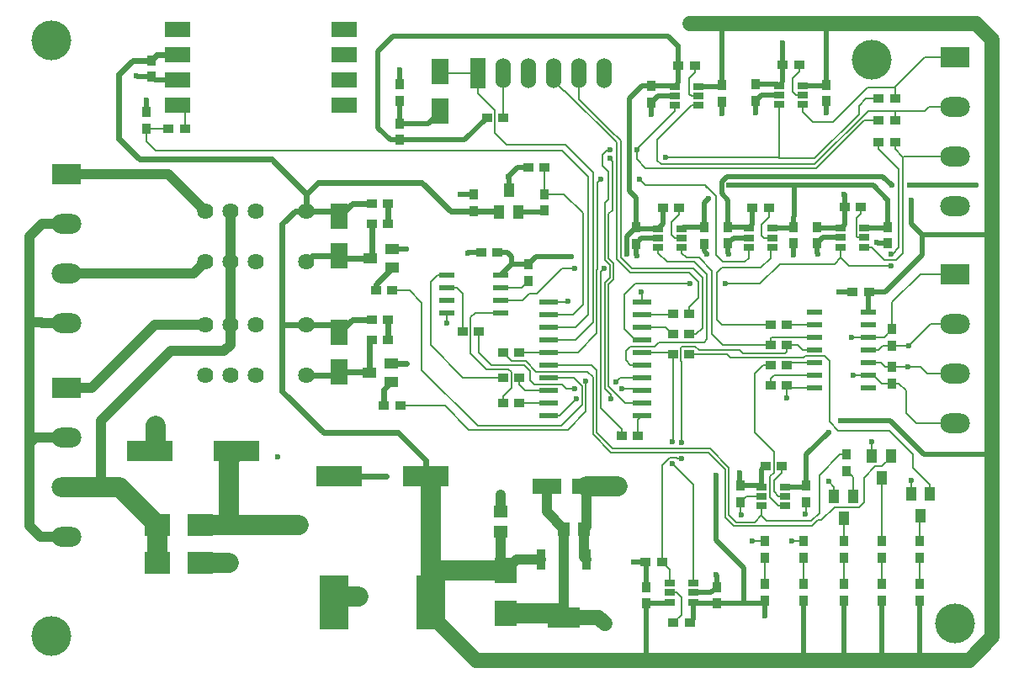
<source format=gtl>
G04 #@! TF.FileFunction,Copper,L1,Top,Signal*
%FSLAX46Y46*%
G04 Gerber Fmt 4.6, Leading zero omitted, Abs format (unit mm)*
G04 Created by KiCad (PCBNEW 4.0.7) date 12/16/17 16:03:18*
%MOMM*%
%LPD*%
G01*
G04 APERTURE LIST*
%ADD10C,0.100000*%
%ADD11R,4.600000X2.000000*%
%ADD12R,1.000000X0.950000*%
%ADD13R,1.950000X0.600000*%
%ADD14R,0.950000X1.000000*%
%ADD15R,1.000000X1.400000*%
%ADD16R,1.450000X1.150000*%
%ADD17R,1.150000X1.450000*%
%ADD18R,0.950000X2.150000*%
%ADD19R,3.250000X2.150000*%
%ADD20R,3.000000X1.500000*%
%ADD21R,2.300000X2.500000*%
%ADD22R,1.700000X2.500000*%
%ADD23R,2.500000X2.300000*%
%ADD24R,3.000000X2.000000*%
%ADD25O,3.000000X2.000000*%
%ADD26R,2.900000X5.400000*%
%ADD27C,4.000000*%
%ADD28R,1.400000X1.000000*%
%ADD29R,1.550000X0.600000*%
%ADD30R,1.000000X0.700000*%
%ADD31C,1.625000*%
%ADD32R,2.540000X1.520000*%
%ADD33R,1.524000X3.048000*%
%ADD34O,1.524000X3.048000*%
%ADD35C,0.600000*%
%ADD36C,0.500000*%
%ADD37C,0.200000*%
%ADD38C,1.500000*%
%ADD39C,1.000000*%
%ADD40C,2.000000*%
%ADD41C,0.600000*%
G04 APERTURE END LIST*
D10*
D11*
X71660000Y-149860000D03*
X62960000Y-149860000D03*
D12*
X118925000Y-116300000D03*
X117275000Y-116300000D03*
X118925000Y-111900000D03*
X117275000Y-111900000D03*
D13*
X93474000Y-132334000D03*
X93474000Y-134874000D03*
X93474000Y-136144000D03*
X93474000Y-133604000D03*
X93474000Y-137414000D03*
X93474000Y-143764000D03*
X93474000Y-139954000D03*
X93474000Y-142494000D03*
X93474000Y-141224000D03*
X93474000Y-138684000D03*
X84074000Y-138684000D03*
X84074000Y-141224000D03*
X84074000Y-142494000D03*
X84074000Y-139954000D03*
X84074000Y-143764000D03*
X84074000Y-137414000D03*
X84074000Y-133604000D03*
X84074000Y-136144000D03*
X84074000Y-134874000D03*
X84074000Y-132334000D03*
D12*
X82005000Y-118806000D03*
X83655000Y-118806000D03*
D14*
X76480000Y-123187000D03*
X76480000Y-121537000D03*
X83592000Y-123124000D03*
X83592000Y-121474000D03*
D15*
X79086000Y-123292000D03*
X80986000Y-123292000D03*
X80036000Y-121092000D03*
D16*
X79248000Y-153407000D03*
X79248000Y-155457000D03*
D17*
X87639000Y-155194000D03*
X85589000Y-155194000D03*
D18*
X87898000Y-158284000D03*
X85598000Y-158284000D03*
X83298000Y-158284000D03*
D19*
X85598000Y-164084000D03*
D20*
X83852000Y-150876000D03*
X87852000Y-150876000D03*
D21*
X79756000Y-159394000D03*
X79756000Y-163694000D03*
D14*
X69088000Y-110427000D03*
X69088000Y-112077000D03*
X44069000Y-108014000D03*
X44069000Y-109664000D03*
D12*
X116268000Y-131318000D03*
X114618000Y-131318000D03*
D14*
X102090000Y-126451000D03*
X102090000Y-124801000D03*
X108694000Y-124801000D03*
X108694000Y-126451000D03*
X103378000Y-152463000D03*
X103378000Y-150813000D03*
X109982000Y-150813000D03*
X109982000Y-152463000D03*
D12*
X78886000Y-127363000D03*
X77236000Y-127363000D03*
D14*
X92818000Y-126479000D03*
X92818000Y-124829000D03*
X99676000Y-124829000D03*
X99676000Y-126479000D03*
X100974000Y-161023000D03*
X100974000Y-162673000D03*
X93862000Y-162673000D03*
X93862000Y-161023000D03*
X104892000Y-112077000D03*
X104892000Y-110427000D03*
X112004000Y-110490000D03*
X112004000Y-112140000D03*
X111080000Y-126431000D03*
X111080000Y-124781000D03*
X118192000Y-124781000D03*
X118192000Y-126431000D03*
X94388000Y-112252000D03*
X94388000Y-110602000D03*
X101500000Y-110539000D03*
X101500000Y-112189000D03*
D11*
X52610000Y-147320000D03*
X43910000Y-147320000D03*
D22*
X73152000Y-109125000D03*
X73152000Y-113125000D03*
D14*
X121412000Y-160719000D03*
X121412000Y-162369000D03*
X117602000Y-160719000D03*
X117602000Y-162369000D03*
X113792000Y-160719000D03*
X113792000Y-162369000D03*
D12*
X67881000Y-122428000D03*
X66231000Y-122428000D03*
D22*
X62992000Y-123730000D03*
X62992000Y-127730000D03*
D12*
X67881000Y-134112000D03*
X66231000Y-134112000D03*
D22*
X62992000Y-135414000D03*
X62992000Y-139414000D03*
D14*
X105791000Y-160719000D03*
X105791000Y-162369000D03*
X109728000Y-160719000D03*
X109728000Y-162369000D03*
D23*
X48980000Y-154800000D03*
X44680000Y-154800000D03*
X44680000Y-158610000D03*
X48980000Y-158610000D03*
D24*
X124968000Y-129540000D03*
D25*
X124968000Y-134540000D03*
X124968000Y-139540000D03*
X124968000Y-144540000D03*
D24*
X35560000Y-119460000D03*
D25*
X35560000Y-124460000D03*
X35560000Y-129460000D03*
X35560000Y-134460000D03*
D24*
X124968000Y-107696000D03*
D25*
X124968000Y-112696000D03*
X124968000Y-117696000D03*
X124968000Y-122696000D03*
D24*
X35560000Y-140970000D03*
D25*
X35560000Y-145970000D03*
X35560000Y-150970000D03*
X35560000Y-155970000D03*
D26*
X62460000Y-162560000D03*
X72160000Y-162560000D03*
D27*
X34000000Y-166000000D03*
X124900000Y-164700000D03*
X116600000Y-108000000D03*
X34000000Y-106000000D03*
D15*
X122428000Y-151638000D03*
X120528000Y-151638000D03*
X121478000Y-153838000D03*
X118486000Y-147828000D03*
X116586000Y-147828000D03*
X117536000Y-150028000D03*
X114676000Y-151892000D03*
X112776000Y-151892000D03*
X113726000Y-154092000D03*
D28*
X68326000Y-128900000D03*
X68326000Y-127000000D03*
X66126000Y-127950000D03*
X68240000Y-140396000D03*
X68240000Y-138496000D03*
X66040000Y-139446000D03*
D14*
X118618000Y-135065000D03*
X118618000Y-136715000D03*
X118618000Y-140525000D03*
X118618000Y-138875000D03*
X69088000Y-116014000D03*
X69088000Y-114364000D03*
D12*
X79501000Y-113792000D03*
X77851000Y-113792000D03*
X108013000Y-134620000D03*
X106363000Y-134620000D03*
X106363000Y-136652000D03*
X108013000Y-136652000D03*
X108013000Y-138684000D03*
X106363000Y-138684000D03*
X45784000Y-114935000D03*
X47434000Y-114935000D03*
X98193000Y-133550000D03*
X96543000Y-133550000D03*
X98193000Y-135582000D03*
X96543000Y-135582000D03*
X93799000Y-158546000D03*
X95449000Y-158546000D03*
X108013000Y-140716000D03*
X106363000Y-140716000D03*
D14*
X43561000Y-113221000D03*
X43561000Y-114871000D03*
D12*
X104567000Y-122832000D03*
X106217000Y-122832000D03*
X105855000Y-148844000D03*
X107505000Y-148844000D03*
D14*
X121412000Y-156401000D03*
X121412000Y-158051000D03*
X117602000Y-156401000D03*
X117602000Y-158051000D03*
X113792000Y-156401000D03*
X113792000Y-158051000D03*
D12*
X79439000Y-139954000D03*
X81089000Y-139954000D03*
X75375000Y-135300000D03*
X77025000Y-135300000D03*
D14*
X81998000Y-128570000D03*
X81998000Y-130220000D03*
D12*
X93027000Y-145796000D03*
X91377000Y-145796000D03*
X81089000Y-142494000D03*
X79439000Y-142494000D03*
X95549000Y-122860000D03*
X97199000Y-122860000D03*
X98243000Y-164642000D03*
X96593000Y-164642000D03*
X107623000Y-108458000D03*
X109273000Y-108458000D03*
X67881000Y-124460000D03*
X66231000Y-124460000D03*
X68325000Y-131200000D03*
X66675000Y-131200000D03*
X113811000Y-122812000D03*
X115461000Y-122812000D03*
X97119000Y-108570000D03*
X98769000Y-108570000D03*
X118925000Y-114100000D03*
X117275000Y-114100000D03*
X67881000Y-136144000D03*
X66231000Y-136144000D03*
X69125000Y-142800000D03*
X67475000Y-142800000D03*
D14*
X109728000Y-158051000D03*
X109728000Y-156401000D03*
X105791000Y-158051000D03*
X105791000Y-156401000D03*
D29*
X110838000Y-133350000D03*
X110838000Y-134620000D03*
X110838000Y-135890000D03*
X110838000Y-137160000D03*
X110838000Y-138430000D03*
X110838000Y-139700000D03*
X110838000Y-140970000D03*
X116238000Y-140970000D03*
X116238000Y-139700000D03*
X116238000Y-138430000D03*
X116238000Y-137160000D03*
X116238000Y-135890000D03*
X116238000Y-134620000D03*
X116238000Y-133350000D03*
D30*
X104192000Y-124930000D03*
X104192000Y-125880000D03*
X104192000Y-126830000D03*
X106592000Y-126830000D03*
X106592000Y-125880000D03*
X106592000Y-124930000D03*
X105480000Y-150942000D03*
X105480000Y-151892000D03*
X105480000Y-152842000D03*
X107880000Y-152842000D03*
X107880000Y-151892000D03*
X107880000Y-150942000D03*
D29*
X73837000Y-129649000D03*
X73837000Y-130919000D03*
X73837000Y-132189000D03*
X73837000Y-133459000D03*
X79237000Y-133459000D03*
X79237000Y-132189000D03*
X79237000Y-130919000D03*
X79237000Y-129649000D03*
D30*
X95047000Y-124958000D03*
X95047000Y-125908000D03*
X95047000Y-126858000D03*
X97447000Y-126858000D03*
X97447000Y-125908000D03*
X97447000Y-124958000D03*
X98618000Y-162544000D03*
X98618000Y-161594000D03*
X98618000Y-160644000D03*
X96218000Y-160644000D03*
X96218000Y-161594000D03*
X96218000Y-162544000D03*
X107248000Y-110556000D03*
X107248000Y-111506000D03*
X107248000Y-112456000D03*
X109648000Y-112456000D03*
X109648000Y-111506000D03*
X109648000Y-110556000D03*
X113436000Y-124910000D03*
X113436000Y-125860000D03*
X113436000Y-126810000D03*
X115836000Y-126810000D03*
X115836000Y-125860000D03*
X115836000Y-124910000D03*
X96744000Y-110668000D03*
X96744000Y-111618000D03*
X96744000Y-112568000D03*
X99144000Y-112568000D03*
X99144000Y-111618000D03*
X99144000Y-110668000D03*
D31*
X59690000Y-123190000D03*
X54610000Y-123190000D03*
X52070000Y-123190000D03*
X49530000Y-123190000D03*
X49530000Y-128270000D03*
X52070000Y-128270000D03*
X54610000Y-128270000D03*
X59690000Y-128270000D03*
X59690000Y-134620000D03*
X54610000Y-134620000D03*
X52070000Y-134620000D03*
X49530000Y-134620000D03*
X49530000Y-139700000D03*
X52070000Y-139700000D03*
X54610000Y-139700000D03*
X59690000Y-139700000D03*
D32*
X46736000Y-104960000D03*
X46736000Y-107500000D03*
X46736000Y-110040000D03*
X46736000Y-112580000D03*
X63496000Y-104960000D03*
X63496000Y-107500000D03*
X63496000Y-110040000D03*
X63496000Y-112580000D03*
D12*
X96543000Y-137614000D03*
X98193000Y-137614000D03*
X81089000Y-137414000D03*
X79439000Y-137414000D03*
D14*
X114046000Y-147702000D03*
X114046000Y-149352000D03*
D33*
X76962000Y-109347000D03*
D34*
X79502000Y-109347000D03*
X82042000Y-109347000D03*
X84582000Y-109347000D03*
X87122000Y-109347000D03*
X89662000Y-109347000D03*
D35*
X103300000Y-149500000D03*
X100900000Y-149800000D03*
X86300001Y-127799999D03*
X107600000Y-106300000D03*
X127100000Y-120600000D03*
X120400000Y-120600000D03*
X118600000Y-120600000D03*
X113800000Y-119700000D03*
X113800000Y-121500000D03*
X91900000Y-127500000D03*
X97100000Y-106600000D03*
X86000000Y-132300000D03*
X105800000Y-163900000D03*
X89100000Y-164700000D03*
X89700000Y-164700000D03*
X89700000Y-164100000D03*
X89100000Y-164100000D03*
X66500000Y-149860000D03*
X67100000Y-149860000D03*
X69700000Y-138500000D03*
X45100000Y-144800000D03*
X43900000Y-144800000D03*
X44500000Y-144800000D03*
X45100000Y-145400000D03*
X44500000Y-145400000D03*
X43900000Y-145400000D03*
X90400000Y-151500000D03*
X91000000Y-151500000D03*
X91000000Y-150900000D03*
X90400000Y-150900000D03*
X92600000Y-158500000D03*
X100900000Y-159800000D03*
X111100000Y-127500000D03*
X108700000Y-127600000D03*
X92900000Y-127700000D03*
X102200000Y-127500000D03*
X100000000Y-127500000D03*
X112000000Y-113300000D03*
X104900000Y-113300000D03*
X101500000Y-113400000D03*
X94400000Y-113500000D03*
X43600000Y-112000000D03*
X42600000Y-109600000D03*
X69100000Y-109000000D03*
X80000000Y-119700000D03*
X75200000Y-121500000D03*
X75900000Y-127400000D03*
X69700000Y-127000000D03*
X113300000Y-131300000D03*
X108500000Y-156400000D03*
X104500000Y-156400000D03*
X116600000Y-146400000D03*
X120500000Y-150300000D03*
X108000000Y-142000000D03*
X117100000Y-126300000D03*
X73800000Y-134500000D03*
X112200000Y-150400000D03*
X103400000Y-153800000D03*
X109900000Y-153700000D03*
X93400000Y-131300000D03*
X79248000Y-151765000D03*
X51910000Y-159245000D03*
X51910000Y-157975000D03*
X51910000Y-158610000D03*
X67691000Y-149860000D03*
X56769000Y-147955000D03*
X113400000Y-144300000D03*
X112200000Y-145500000D03*
X102200002Y-120600000D03*
X61426000Y-145500000D03*
X120500000Y-122100000D03*
X118192000Y-122067736D03*
X100100000Y-121900000D03*
X51910000Y-155435000D03*
X51910000Y-154165000D03*
X51910000Y-154800000D03*
X58293000Y-154813000D03*
X58928000Y-154813000D03*
X59563000Y-154813000D03*
X64900000Y-161400000D03*
X64900000Y-162000000D03*
X64900000Y-162600000D03*
X114500000Y-135900000D03*
X120285000Y-136715000D03*
X120200000Y-138875000D03*
X114700000Y-139700000D03*
X97400000Y-148100032D03*
X97400000Y-146500000D03*
X91400000Y-141100000D03*
X86700000Y-141100000D03*
X89600000Y-129000000D03*
X86700000Y-129000000D03*
X95800000Y-117800000D03*
X90200000Y-117900000D03*
X92900000Y-117000000D03*
X90200000Y-117000000D03*
X90300000Y-142100000D03*
X86800000Y-142100000D03*
X118500000Y-128700000D03*
X118500000Y-127500000D03*
X101800000Y-130500000D03*
X98300000Y-130500000D03*
X87800000Y-140300000D03*
X90800000Y-140399992D03*
X96500000Y-146400006D03*
X96500000Y-148600000D03*
X93199996Y-120000000D03*
X89300000Y-120000000D03*
D36*
X103300000Y-149500000D02*
X103300000Y-150735000D01*
X103300000Y-150735000D02*
X103378000Y-150813000D01*
X100900000Y-156300000D02*
X100900000Y-149800000D01*
X103700000Y-159100000D02*
X100900000Y-156300000D01*
X103700000Y-162673000D02*
X105487000Y-162673000D01*
X100974000Y-162673000D02*
X103700000Y-162673000D01*
X103700000Y-162673000D02*
X103700000Y-159100000D01*
X68400000Y-105600000D02*
X96100000Y-105600000D01*
X96100000Y-105600000D02*
X97100000Y-106600000D01*
X66900000Y-107100000D02*
X68400000Y-105600000D01*
X66900000Y-114801000D02*
X66900000Y-107100000D01*
X69088000Y-116014000D02*
X68113000Y-116014000D01*
X68113000Y-116014000D02*
X66900000Y-114801000D01*
X77851000Y-113792000D02*
X77826000Y-113792000D01*
X77826000Y-113792000D02*
X75604000Y-116014000D01*
X75604000Y-116014000D02*
X70063000Y-116014000D01*
X70063000Y-116014000D02*
X69088000Y-116014000D01*
X81998000Y-128570000D02*
X82768001Y-127799999D01*
X82768001Y-127799999D02*
X86300001Y-127799999D01*
X107623000Y-108458000D02*
X107623000Y-106323000D01*
X107623000Y-106323000D02*
X107600000Y-106300000D01*
X120400000Y-120600000D02*
X127100000Y-120600000D01*
X117500000Y-119700000D02*
X117700000Y-119700000D01*
X117700000Y-119700000D02*
X118600000Y-120600000D01*
X101990000Y-119700000D02*
X113800000Y-119700000D01*
X113800000Y-119700000D02*
X117500000Y-119700000D01*
X113811000Y-122812000D02*
X113811000Y-121511000D01*
X113811000Y-121511000D02*
X113800000Y-121500000D01*
X102090000Y-122112169D02*
X101450001Y-121472170D01*
X101450001Y-121472170D02*
X101450001Y-120239999D01*
X101450001Y-120239999D02*
X101990000Y-119700000D01*
X102090000Y-124801000D02*
X102090000Y-122112169D01*
X92818000Y-124829000D02*
X91892999Y-125754001D01*
X91892999Y-125754001D02*
X91892999Y-127492999D01*
X91892999Y-127492999D02*
X91900000Y-127500000D01*
X92149999Y-121149999D02*
X92818000Y-121818000D01*
X92818000Y-121818000D02*
X92818000Y-124829000D01*
X94388000Y-110602000D02*
X93413000Y-110602000D01*
X93413000Y-110602000D02*
X92149999Y-111865001D01*
X92149999Y-111865001D02*
X92149999Y-121149999D01*
X97119000Y-108570000D02*
X97119000Y-106619000D01*
X97119000Y-106619000D02*
X97100000Y-106600000D01*
X105487000Y-162673000D02*
X105791000Y-162369000D01*
D37*
X84074000Y-132334000D02*
X85966000Y-132334000D01*
X85966000Y-132334000D02*
X86000000Y-132300000D01*
D36*
X89084000Y-163823800D02*
X89084000Y-164084000D01*
X105791000Y-162369000D02*
X105791000Y-163891000D01*
X105791000Y-163891000D02*
X105800000Y-163900000D01*
D38*
X85598000Y-164084000D02*
X89084000Y-164084000D01*
X89084000Y-164084000D02*
X89700000Y-164700000D01*
D36*
X95047000Y-124958000D02*
X92947000Y-124958000D01*
X113436000Y-124910000D02*
X111209000Y-124910000D01*
X111209000Y-124910000D02*
X111080000Y-124781000D01*
X113811000Y-122812000D02*
X113811000Y-124535000D01*
X113811000Y-124535000D02*
X113436000Y-124910000D01*
X107623000Y-108458000D02*
X107623000Y-110181000D01*
X107623000Y-110181000D02*
X107248000Y-110556000D01*
X104892000Y-110427000D02*
X107119000Y-110427000D01*
X107119000Y-110427000D02*
X107248000Y-110556000D01*
X97119000Y-108570000D02*
X97119000Y-110293000D01*
X97119000Y-110293000D02*
X96744000Y-110668000D01*
X94388000Y-110602000D02*
X96678000Y-110602000D01*
X96678000Y-110602000D02*
X96744000Y-110668000D01*
X78886000Y-127363000D02*
X79886000Y-127363000D01*
X79886000Y-127363000D02*
X80316000Y-127793000D01*
X80316000Y-127793000D02*
X80316000Y-128570000D01*
X81998000Y-128570000D02*
X80316000Y-128570000D01*
X80316000Y-128570000D02*
X79237000Y-129649000D01*
X98618000Y-162544000D02*
X98618000Y-164267000D01*
X98618000Y-164267000D02*
X98243000Y-164642000D01*
X100974000Y-162673000D02*
X98747000Y-162673000D01*
X98747000Y-162673000D02*
X98618000Y-162544000D01*
X104567000Y-122832000D02*
X104567000Y-124555000D01*
X104567000Y-124555000D02*
X104192000Y-124930000D01*
X102090000Y-124801000D02*
X104063000Y-124801000D01*
X104063000Y-124801000D02*
X104192000Y-124930000D01*
X92947000Y-124958000D02*
X92818000Y-124829000D01*
X95549000Y-122860000D02*
X95549000Y-124456000D01*
X95549000Y-124456000D02*
X95047000Y-124958000D01*
X105480000Y-150942000D02*
X105480000Y-149219000D01*
X105480000Y-149219000D02*
X105855000Y-148844000D01*
X103378000Y-150813000D02*
X105351000Y-150813000D01*
X105351000Y-150813000D02*
X105480000Y-150942000D01*
D39*
X83852000Y-153457000D02*
X85589000Y-155194000D01*
X83852000Y-150876000D02*
X83852000Y-153457000D01*
X85589000Y-158275000D02*
X85598000Y-158284000D01*
X85589000Y-155194000D02*
X85589000Y-158275000D01*
X85598000Y-158284000D02*
X85598000Y-164084000D01*
D40*
X79756000Y-163694000D02*
X85208000Y-163694000D01*
X85208000Y-163694000D02*
X85598000Y-164084000D01*
D41*
X62960000Y-149860000D02*
X66500000Y-149860000D01*
X66500000Y-149860000D02*
X67100000Y-149860000D01*
X67100000Y-149860000D02*
X67691000Y-149860000D01*
X68240000Y-138496000D02*
X69696000Y-138496000D01*
X69696000Y-138496000D02*
X69700000Y-138500000D01*
D40*
X44500000Y-144800000D02*
X44500000Y-146730000D01*
X44500000Y-146730000D02*
X43910000Y-147320000D01*
D37*
X43910000Y-145410000D02*
X43900000Y-145400000D01*
D40*
X87852000Y-150876000D02*
X90976000Y-150876000D01*
X90976000Y-150876000D02*
X91000000Y-150900000D01*
D36*
X93799000Y-158546000D02*
X92646000Y-158546000D01*
X92646000Y-158546000D02*
X92600000Y-158500000D01*
X93862000Y-161023000D02*
X93862000Y-158609000D01*
X93862000Y-158609000D02*
X93799000Y-158546000D01*
X100974000Y-161023000D02*
X100974000Y-159874000D01*
X100974000Y-159874000D02*
X100900000Y-159800000D01*
X98618000Y-161594000D02*
X100403000Y-161594000D01*
X100403000Y-161594000D02*
X100974000Y-161023000D01*
X118192000Y-126431000D02*
X117231000Y-126431000D01*
X117231000Y-126431000D02*
X117100000Y-126300000D01*
X111080000Y-126431000D02*
X111080000Y-127480000D01*
X111080000Y-127480000D02*
X111100000Y-127500000D01*
X113436000Y-125860000D02*
X111651000Y-125860000D01*
X111651000Y-125860000D02*
X111080000Y-126431000D01*
X108694000Y-126451000D02*
X108694000Y-127594000D01*
X108694000Y-127594000D02*
X108700000Y-127600000D01*
X92818000Y-126479000D02*
X92818000Y-127618000D01*
X92818000Y-127618000D02*
X92900000Y-127700000D01*
X95047000Y-125908000D02*
X93389000Y-125908000D01*
X93389000Y-125908000D02*
X92818000Y-126479000D01*
X102090000Y-126451000D02*
X102090000Y-127390000D01*
X102090000Y-127390000D02*
X102200000Y-127500000D01*
X104192000Y-125880000D02*
X102661000Y-125880000D01*
X102661000Y-125880000D02*
X102090000Y-126451000D01*
X99676000Y-126479000D02*
X99676000Y-127176000D01*
X99676000Y-127176000D02*
X100000000Y-127500000D01*
X112004000Y-112140000D02*
X112004000Y-113296000D01*
X112004000Y-113296000D02*
X112000000Y-113300000D01*
X107248000Y-111506000D02*
X105463000Y-111506000D01*
X105463000Y-111506000D02*
X104892000Y-112077000D01*
X104892000Y-112077000D02*
X104892000Y-113292000D01*
X104892000Y-113292000D02*
X104900000Y-113300000D01*
X101500000Y-112189000D02*
X101500000Y-113400000D01*
X94388000Y-112252000D02*
X94388000Y-113488000D01*
X94388000Y-113488000D02*
X94400000Y-113500000D01*
X96744000Y-111618000D02*
X95022000Y-111618000D01*
X95022000Y-111618000D02*
X94388000Y-112252000D01*
X43561000Y-113221000D02*
X43561000Y-112039000D01*
X43561000Y-112039000D02*
X43600000Y-112000000D01*
X44069000Y-109664000D02*
X42664000Y-109664000D01*
X42664000Y-109664000D02*
X42600000Y-109600000D01*
X46736000Y-110040000D02*
X44445000Y-110040000D01*
X44445000Y-110040000D02*
X44069000Y-109664000D01*
X69088000Y-110427000D02*
X69088000Y-109012000D01*
X69088000Y-109012000D02*
X69100000Y-109000000D01*
X82005000Y-118806000D02*
X80894000Y-118806000D01*
X80894000Y-118806000D02*
X80000000Y-119700000D01*
X80036000Y-121092000D02*
X80036000Y-119736000D01*
X80036000Y-119736000D02*
X80000000Y-119700000D01*
X76480000Y-121537000D02*
X75237000Y-121537000D01*
X75237000Y-121537000D02*
X75200000Y-121500000D01*
X77236000Y-127363000D02*
X75937000Y-127363000D01*
X75937000Y-127363000D02*
X75900000Y-127400000D01*
X68326000Y-127000000D02*
X69700000Y-127000000D01*
X114618000Y-131318000D02*
X113318000Y-131318000D01*
X113318000Y-131318000D02*
X113300000Y-131300000D01*
D37*
X109728000Y-156401000D02*
X108501000Y-156401000D01*
X108501000Y-156401000D02*
X108500000Y-156400000D01*
X105791000Y-156401000D02*
X104501000Y-156401000D01*
X104501000Y-156401000D02*
X104500000Y-156400000D01*
X116586000Y-147828000D02*
X116586000Y-146414000D01*
X116586000Y-146414000D02*
X116600000Y-146400000D01*
X120528000Y-151638000D02*
X120528000Y-150328000D01*
X120528000Y-150328000D02*
X120500000Y-150300000D01*
X108013000Y-140716000D02*
X108013000Y-141987000D01*
X108013000Y-141987000D02*
X108000000Y-142000000D01*
X73837000Y-133459000D02*
X73837000Y-134463000D01*
X73837000Y-134463000D02*
X73800000Y-134500000D01*
X112776000Y-151892000D02*
X112776000Y-150976000D01*
X112776000Y-150976000D02*
X112200000Y-150400000D01*
X103378000Y-152463000D02*
X103378000Y-153778000D01*
X103378000Y-153778000D02*
X103400000Y-153800000D01*
X105480000Y-151892000D02*
X103949000Y-151892000D01*
X103949000Y-151892000D02*
X103378000Y-152463000D01*
X109982000Y-152463000D02*
X109982000Y-153618000D01*
X109982000Y-153618000D02*
X109900000Y-153700000D01*
X110838000Y-140970000D02*
X108267000Y-140970000D01*
X108267000Y-140970000D02*
X108013000Y-140716000D01*
X93474000Y-132334000D02*
X93474000Y-131374000D01*
X93474000Y-131374000D02*
X93400000Y-131300000D01*
D40*
X48980000Y-158610000D02*
X51910000Y-158610000D01*
D39*
X79248000Y-153407000D02*
X79248000Y-151765000D01*
X87852000Y-154981000D02*
X87639000Y-155194000D01*
X87852000Y-150876000D02*
X87852000Y-154981000D01*
X87639000Y-155194000D02*
X87639000Y-158025000D01*
X87639000Y-158025000D02*
X87898000Y-158284000D01*
D36*
X69088000Y-114364000D02*
X71913000Y-114364000D01*
X71913000Y-114364000D02*
X73152000Y-113125000D01*
X69088000Y-112077000D02*
X69088000Y-114364000D01*
D38*
X128700000Y-163300000D02*
X128700000Y-148000000D01*
D36*
X121800000Y-147700000D02*
X128400000Y-147700000D01*
D38*
X128700000Y-148000000D02*
X128700000Y-125600000D01*
D36*
X128400000Y-147700000D02*
X128700000Y-148000000D01*
X118400000Y-144300000D02*
X121800000Y-147700000D01*
X113400000Y-144300000D02*
X118400000Y-144300000D01*
X109982000Y-150813000D02*
X109982000Y-147718000D01*
X109982000Y-147718000D02*
X112200000Y-145500000D01*
D38*
X76750000Y-168400000D02*
X94200000Y-168400000D01*
X94200000Y-168400000D02*
X102800000Y-168400000D01*
D36*
X93862000Y-162673000D02*
X93862000Y-168062000D01*
X93862000Y-168062000D02*
X94200000Y-168400000D01*
X108800000Y-120600000D02*
X102200002Y-120600000D01*
D41*
X76480000Y-123187000D02*
X78981000Y-123187000D01*
X78981000Y-123187000D02*
X79086000Y-123292000D01*
X71300000Y-120300000D02*
X74187000Y-123187000D01*
X74187000Y-123187000D02*
X76480000Y-123187000D01*
X60880000Y-120300000D02*
X71300000Y-120300000D01*
X59690000Y-121490000D02*
X60880000Y-120300000D01*
X46736000Y-107500000D02*
X44583000Y-107500000D01*
X44583000Y-107500000D02*
X44069000Y-108014000D01*
X40800000Y-109400000D02*
X42186000Y-108014000D01*
X42186000Y-108014000D02*
X44069000Y-108014000D01*
X40800000Y-115900000D02*
X40800000Y-109400000D01*
X42900000Y-118000000D02*
X40800000Y-115900000D01*
X56200000Y-118000000D02*
X42900000Y-118000000D01*
X59690000Y-121490000D02*
X56200000Y-118000000D01*
X59690000Y-123190000D02*
X59690000Y-121490000D01*
X57228451Y-141302451D02*
X57500000Y-141574000D01*
X68900000Y-145500000D02*
X61426000Y-145500000D01*
X61426000Y-145500000D02*
X57500000Y-141574000D01*
X57500000Y-141574000D02*
X58928000Y-143002000D01*
X71660000Y-149860000D02*
X71660000Y-148260000D01*
X71660000Y-148260000D02*
X68900000Y-145500000D01*
D38*
X127100000Y-104300000D02*
X112200000Y-104300000D01*
X112200000Y-104300000D02*
X101600000Y-104300000D01*
D36*
X112004000Y-110490000D02*
X112004000Y-104496000D01*
X112004000Y-104496000D02*
X112200000Y-104300000D01*
D38*
X101600000Y-104300000D02*
X98300000Y-104300000D01*
D36*
X101500000Y-110539000D02*
X101500000Y-104400000D01*
X101500000Y-104400000D02*
X101600000Y-104300000D01*
X117882000Y-131318000D02*
X121600000Y-127600000D01*
X121600000Y-127600000D02*
X121600000Y-125600000D01*
X117482000Y-131318000D02*
X117882000Y-131318000D01*
D38*
X128700000Y-125600000D02*
X128700000Y-105900000D01*
D36*
X121600000Y-125600000D02*
X128700000Y-125600000D01*
X120500000Y-124500000D02*
X121600000Y-125600000D01*
X120500000Y-122100000D02*
X120500000Y-124500000D01*
X108800000Y-120600000D02*
X116724264Y-120600000D01*
X116724264Y-120600000D02*
X118192000Y-122067736D01*
X118192000Y-122067736D02*
X118192000Y-123781000D01*
X118192000Y-123781000D02*
X118192000Y-124781000D01*
X108694000Y-124801000D02*
X108694000Y-123801000D01*
X108694000Y-123801000D02*
X108800000Y-123695000D01*
X108800000Y-123695000D02*
X108800000Y-120600000D01*
X99676000Y-124829000D02*
X99676000Y-122324000D01*
X99676000Y-122324000D02*
X100100000Y-121900000D01*
X115836000Y-124910000D02*
X118063000Y-124910000D01*
X118063000Y-124910000D02*
X118192000Y-124781000D01*
X99144000Y-110668000D02*
X101371000Y-110668000D01*
X101371000Y-110668000D02*
X101500000Y-110539000D01*
X109648000Y-110556000D02*
X111938000Y-110556000D01*
X111938000Y-110556000D02*
X112004000Y-110490000D01*
X116268000Y-131318000D02*
X117482000Y-131318000D01*
X117482000Y-131318000D02*
X117500000Y-131300000D01*
X116238000Y-133350000D02*
X116238000Y-131348000D01*
X116238000Y-131348000D02*
X116268000Y-131318000D01*
D38*
X117475000Y-168400000D02*
X120904000Y-168400000D01*
X120904000Y-168400000D02*
X126367000Y-168400000D01*
D36*
X121412000Y-162369000D02*
X121412000Y-167892000D01*
X121412000Y-167892000D02*
X120904000Y-168400000D01*
D38*
X113919000Y-168400000D02*
X117475000Y-168400000D01*
D36*
X117602000Y-162369000D02*
X117602000Y-168273000D01*
X117602000Y-168273000D02*
X117475000Y-168400000D01*
D38*
X109855000Y-168400000D02*
X113919000Y-168400000D01*
D36*
X113792000Y-162369000D02*
X113792000Y-168273000D01*
X113792000Y-168273000D02*
X113919000Y-168400000D01*
D38*
X105100000Y-168400000D02*
X109855000Y-168400000D01*
D36*
X109728000Y-162369000D02*
X109728000Y-168273000D01*
X109728000Y-168273000D02*
X109855000Y-168400000D01*
D38*
X126367000Y-168400000D02*
X128700000Y-166067000D01*
X128700000Y-166067000D02*
X128700000Y-163300000D01*
X128700000Y-105900000D02*
X127100000Y-104300000D01*
X102800000Y-168400000D02*
X105100000Y-168400000D01*
X72160000Y-162560000D02*
X72160000Y-163810000D01*
X72160000Y-163810000D02*
X76750000Y-168400000D01*
D40*
X72160000Y-162560000D02*
X72160000Y-163560000D01*
X72160000Y-162560000D02*
X72160000Y-162960000D01*
X72160000Y-162560000D02*
X72160000Y-163320600D01*
D36*
X106592000Y-124930000D02*
X108565000Y-124930000D01*
X108565000Y-124930000D02*
X108694000Y-124801000D01*
X93862000Y-162673000D02*
X96089000Y-162673000D01*
X96089000Y-162673000D02*
X96218000Y-162544000D01*
X107880000Y-150942000D02*
X109853000Y-150942000D01*
X109853000Y-150942000D02*
X109982000Y-150813000D01*
X99676000Y-124829000D02*
X97576000Y-124829000D01*
X97576000Y-124829000D02*
X97447000Y-124958000D01*
D40*
X79756000Y-159394000D02*
X72804000Y-159394000D01*
X72804000Y-159394000D02*
X72160000Y-158750000D01*
D39*
X79248000Y-155457000D02*
X79248000Y-158886000D01*
X79248000Y-158886000D02*
X79756000Y-159394000D01*
X80866000Y-158284000D02*
X79756000Y-159394000D01*
X83298000Y-158284000D02*
X80866000Y-158284000D01*
D40*
X72160000Y-162560000D02*
X72160000Y-158750000D01*
X72160000Y-158750000D02*
X72160000Y-150360000D01*
D41*
X57228451Y-124502501D02*
X57228451Y-134620000D01*
X57228451Y-134620000D02*
X57228451Y-141302451D01*
X59690000Y-134620000D02*
X57228451Y-134620000D01*
X59690000Y-134620000D02*
X62198000Y-134620000D01*
X62198000Y-134620000D02*
X62992000Y-135414000D01*
X66231000Y-134112000D02*
X64294000Y-134112000D01*
X64294000Y-134112000D02*
X62992000Y-135414000D01*
X57404000Y-124326952D02*
X57228451Y-124502501D01*
X59690000Y-123190000D02*
X58540952Y-123190000D01*
X58540952Y-123190000D02*
X57404000Y-124326952D01*
X59690000Y-123190000D02*
X62452000Y-123190000D01*
X62452000Y-123190000D02*
X62992000Y-123730000D01*
X66231000Y-122428000D02*
X64294000Y-122428000D01*
X64294000Y-122428000D02*
X62992000Y-123730000D01*
D40*
X72160000Y-150360000D02*
X71660000Y-149860000D01*
X51910000Y-154800000D02*
X51910000Y-148020000D01*
X51910000Y-148020000D02*
X52610000Y-147320000D01*
X51910000Y-154800000D02*
X58915000Y-154800000D01*
X58915000Y-154800000D02*
X58928000Y-154813000D01*
X48980000Y-154800000D02*
X51910000Y-154800000D01*
D37*
X85700000Y-116500000D02*
X79800000Y-116500000D01*
X76962000Y-111362000D02*
X78651001Y-113051001D01*
X78651001Y-113051001D02*
X78651001Y-115351001D01*
X78651001Y-115351001D02*
X79800000Y-116500000D01*
X76962000Y-109347000D02*
X76962000Y-111362000D01*
X88500000Y-128968600D02*
X88500000Y-119300000D01*
X88499978Y-128968622D02*
X88500000Y-128968600D01*
X88500000Y-119300000D02*
X85700000Y-116500000D01*
X88499978Y-134400022D02*
X88499978Y-128968622D01*
X86756000Y-136144000D02*
X88499978Y-134400022D01*
X84074000Y-136144000D02*
X86756000Y-136144000D01*
X76962000Y-109347000D02*
X73374000Y-109347000D01*
X73374000Y-109347000D02*
X73152000Y-109125000D01*
X121412000Y-160719000D02*
X121412000Y-160019000D01*
X121412000Y-160019000D02*
X121412000Y-158051000D01*
X117602000Y-160719000D02*
X117602000Y-158051000D01*
X113792000Y-160719000D02*
X113792000Y-158051000D01*
D41*
X67881000Y-122428000D02*
X67881000Y-124460000D01*
X62992000Y-127730000D02*
X60230000Y-127730000D01*
X60230000Y-127730000D02*
X59690000Y-128270000D01*
X66126000Y-127950000D02*
X63212000Y-127950000D01*
X63212000Y-127950000D02*
X62992000Y-127730000D01*
X66231000Y-124460000D02*
X66231000Y-127845000D01*
X66231000Y-127845000D02*
X66126000Y-127950000D01*
X67881000Y-136144000D02*
X67881000Y-134112000D01*
X66040000Y-139446000D02*
X66040000Y-136335000D01*
X66040000Y-136335000D02*
X66231000Y-136144000D01*
X62992000Y-139414000D02*
X66008000Y-139414000D01*
X66008000Y-139414000D02*
X66040000Y-139446000D01*
X59690000Y-139700000D02*
X62706000Y-139700000D01*
X62706000Y-139700000D02*
X62992000Y-139414000D01*
D37*
X105791000Y-160719000D02*
X105791000Y-158051000D01*
X109728000Y-160719000D02*
X109728000Y-160019000D01*
X109728000Y-160019000D02*
X109728000Y-158051000D01*
D40*
X64900000Y-162000000D02*
X63020000Y-162000000D01*
X63020000Y-162000000D02*
X62460000Y-162560000D01*
D41*
X63119000Y-161901000D02*
X62460000Y-162560000D01*
D39*
X51400000Y-137300000D02*
X52070000Y-136630000D01*
X52070000Y-136630000D02*
X52070000Y-123190000D01*
X46000000Y-137300000D02*
X51400000Y-137300000D01*
X39000000Y-144300000D02*
X46000000Y-137300000D01*
D40*
X39000000Y-150970000D02*
X40850000Y-150970000D01*
X35560000Y-150970000D02*
X39000000Y-150970000D01*
D39*
X39000000Y-150970000D02*
X39000000Y-144300000D01*
D40*
X40850000Y-150970000D02*
X44680000Y-154800000D01*
X44680000Y-158610000D02*
X44680000Y-154800000D01*
D39*
X31800000Y-125720000D02*
X31800000Y-134400000D01*
X31800000Y-134400000D02*
X31800000Y-146600000D01*
X35560000Y-134460000D02*
X33060000Y-134460000D01*
X33060000Y-134460000D02*
X33000000Y-134400000D01*
X33000000Y-134400000D02*
X31800000Y-134400000D01*
X31800000Y-146600000D02*
X31800000Y-154900000D01*
X35560000Y-145970000D02*
X32430000Y-145970000D01*
X32430000Y-145970000D02*
X31800000Y-146600000D01*
X31800000Y-154900000D02*
X32870000Y-155970000D01*
X32870000Y-155970000D02*
X35560000Y-155970000D01*
X35560000Y-124460000D02*
X33060000Y-124460000D01*
X33060000Y-124460000D02*
X31800000Y-125720000D01*
D37*
X79501000Y-113792000D02*
X79501000Y-109348000D01*
X79501000Y-109348000D02*
X79502000Y-109347000D01*
X84582000Y-110109000D02*
X84582000Y-109347000D01*
X85544000Y-111071000D02*
X84582000Y-110109000D01*
X90899989Y-116299991D02*
X85670998Y-111071000D01*
X98200011Y-129400011D02*
X92234311Y-129400011D01*
X85670998Y-111071000D02*
X85544000Y-111071000D01*
X99099989Y-131968011D02*
X99099989Y-130299989D01*
X98193000Y-132875000D02*
X99099989Y-131968011D01*
X99099989Y-130299989D02*
X98200011Y-129400011D01*
X90899989Y-128065689D02*
X90899989Y-116299991D01*
X98193000Y-133550000D02*
X98193000Y-132875000D01*
X92234311Y-129400011D02*
X90899989Y-128065689D01*
X99500000Y-134975000D02*
X99500000Y-129900000D01*
X98893000Y-135582000D02*
X99500000Y-134975000D01*
X98193000Y-135582000D02*
X98893000Y-135582000D01*
X91300000Y-116134301D02*
X90265698Y-115100000D01*
X99500000Y-129900000D02*
X98600000Y-129000000D01*
X98600000Y-129000000D02*
X92400000Y-129000000D01*
X92400000Y-129000000D02*
X91300000Y-127900000D01*
X91300000Y-127900000D02*
X91300000Y-116134301D01*
X90265698Y-115100000D02*
X87122000Y-111956302D01*
X87122000Y-111956302D02*
X87122000Y-109347000D01*
X116238000Y-135890000D02*
X114510000Y-135890000D01*
X114510000Y-135890000D02*
X114500000Y-135900000D01*
X118618000Y-132382000D02*
X121460000Y-129540000D01*
X121460000Y-129540000D02*
X124968000Y-129540000D01*
X118618000Y-135065000D02*
X118618000Y-132382000D01*
X116238000Y-135890000D02*
X117818000Y-135890000D01*
X117818000Y-135890000D02*
X118618000Y-135090000D01*
X118618000Y-135090000D02*
X118618000Y-135065000D01*
X118618000Y-136715000D02*
X120285000Y-136715000D01*
X120285000Y-136715000D02*
X122460000Y-134540000D01*
X122460000Y-134540000D02*
X124968000Y-134540000D01*
X116238000Y-137160000D02*
X117213000Y-137160000D01*
X117658000Y-136715000D02*
X118618000Y-136715000D01*
X117213000Y-137160000D02*
X117658000Y-136715000D01*
X121475000Y-138875000D02*
X120200000Y-138875000D01*
X120200000Y-138875000D02*
X118618000Y-138875000D01*
X118618000Y-138875000D02*
X117943000Y-138875000D01*
X117943000Y-138875000D02*
X117498000Y-138430000D01*
X117498000Y-138430000D02*
X116238000Y-138430000D01*
X122140000Y-139540000D02*
X121475000Y-138875000D01*
X124968000Y-139540000D02*
X122140000Y-139540000D01*
X116238000Y-139700000D02*
X114700000Y-139700000D01*
X120000000Y-143500000D02*
X121040000Y-144540000D01*
X121040000Y-144540000D02*
X124968000Y-144540000D01*
X120000000Y-141232000D02*
X120000000Y-143500000D01*
X118618000Y-140525000D02*
X119293000Y-140525000D01*
X119293000Y-140525000D02*
X120000000Y-141232000D01*
X116238000Y-139700000D02*
X116713000Y-139700000D01*
X116713000Y-139700000D02*
X117538000Y-140525000D01*
X117538000Y-140525000D02*
X118618000Y-140525000D01*
D39*
X35560000Y-119460000D02*
X45800000Y-119460000D01*
X45800000Y-119460000D02*
X49530000Y-123190000D01*
X35560000Y-129460000D02*
X48340000Y-129460000D01*
X48340000Y-129460000D02*
X49530000Y-128270000D01*
D37*
X118800000Y-110800000D02*
X118900000Y-110700000D01*
X118900000Y-110700000D02*
X121904000Y-107696000D01*
X118925000Y-111900000D02*
X118925000Y-110725000D01*
X118925000Y-110725000D02*
X118900000Y-110700000D01*
X109648000Y-112456000D02*
X109648000Y-113248000D01*
X109648000Y-113248000D02*
X110600000Y-114200000D01*
X110600000Y-114200000D02*
X112700000Y-114200000D01*
X112700000Y-114200000D02*
X116100000Y-110800000D01*
X116100000Y-110800000D02*
X118800000Y-110800000D01*
X121904000Y-107696000D02*
X124968000Y-107696000D01*
X119000000Y-113100000D02*
X116200000Y-113100000D01*
X116200000Y-113100000D02*
X110800000Y-118500000D01*
X110800000Y-118500000D02*
X95400000Y-118500000D01*
X95400000Y-118500000D02*
X95000000Y-118100000D01*
X95000000Y-118100000D02*
X95000000Y-116012000D01*
X95000000Y-116012000D02*
X98444000Y-112568000D01*
X98444000Y-112568000D02*
X99144000Y-112568000D01*
X119000000Y-113100000D02*
X121892000Y-113100000D01*
X118925000Y-114100000D02*
X118925000Y-113175000D01*
X118925000Y-113175000D02*
X119000000Y-113100000D01*
X122192000Y-112800000D02*
X122296000Y-112696000D01*
X121892000Y-113100000D02*
X122192000Y-112800000D01*
X122296000Y-112696000D02*
X124968000Y-112696000D01*
X115836000Y-126810000D02*
X116536000Y-126810000D01*
X116536000Y-126810000D02*
X117826000Y-128100000D01*
X117826000Y-128100000D02*
X119000000Y-128100000D01*
X119000000Y-128100000D02*
X119700000Y-127400000D01*
X119700000Y-127400000D02*
X119700000Y-117800000D01*
X118925000Y-116300000D02*
X118925000Y-116975000D01*
X118925000Y-116975000D02*
X119700000Y-117750000D01*
X119700000Y-117750000D02*
X119700000Y-117800000D01*
X124968000Y-117696000D02*
X119804000Y-117696000D01*
X119804000Y-117696000D02*
X119700000Y-117800000D01*
D39*
X38060000Y-140970000D02*
X44410000Y-134620000D01*
X44410000Y-134620000D02*
X49530000Y-134620000D01*
X38060000Y-140970000D02*
X35560000Y-140970000D01*
D37*
X108013000Y-134620000D02*
X110838000Y-134620000D01*
X106363000Y-134620000D02*
X101520000Y-134620000D01*
X101500000Y-128900000D02*
X105400000Y-128900000D01*
X101520000Y-134620000D02*
X101000000Y-134100000D01*
X101000000Y-134100000D02*
X101000000Y-129400000D01*
X101000000Y-129400000D02*
X101500000Y-128900000D01*
X105400000Y-128900000D02*
X106363000Y-127937000D01*
X106363000Y-127937000D02*
X106363000Y-127059000D01*
X106363000Y-127059000D02*
X106592000Y-126830000D01*
X99200000Y-127900000D02*
X97939000Y-127900000D01*
X97939000Y-127900000D02*
X97447000Y-127408000D01*
X100500000Y-129200000D02*
X99200000Y-127900000D01*
X100500000Y-135600000D02*
X100500000Y-129200000D01*
X101552000Y-136652000D02*
X100500000Y-135600000D01*
X104652000Y-136652000D02*
X101552000Y-136652000D01*
X106363000Y-136652000D02*
X104652000Y-136652000D01*
X97447000Y-127408000D02*
X97447000Y-126858000D01*
X106363000Y-136652000D02*
X106363000Y-135977000D01*
X106363000Y-135977000D02*
X106463001Y-135876999D01*
X106463001Y-135876999D02*
X109849999Y-135876999D01*
X109849999Y-135876999D02*
X109863000Y-135890000D01*
X109863000Y-135890000D02*
X110838000Y-135890000D01*
X97400000Y-146500000D02*
X97400000Y-138336002D01*
X97400000Y-138336002D02*
X97343001Y-138279003D01*
X96975736Y-148100032D02*
X97400000Y-148100032D01*
X95449000Y-158546000D02*
X95449000Y-148762998D01*
X96211999Y-147999999D02*
X96875703Y-147999999D01*
X95449000Y-148762998D02*
X96211999Y-147999999D01*
X96875703Y-147999999D02*
X96975736Y-148100032D01*
X96218000Y-160644000D02*
X96218000Y-159290000D01*
X96218000Y-159290000D02*
X95474000Y-158546000D01*
X95474000Y-158546000D02*
X95449000Y-158546000D01*
X108013000Y-136652000D02*
X108013000Y-137327000D01*
X103300000Y-137200000D02*
X99200000Y-137200000D01*
X108013000Y-137327000D02*
X107840000Y-137500000D01*
X107840000Y-137500000D02*
X103600000Y-137500000D01*
X103600000Y-137500000D02*
X103300000Y-137200000D01*
X97491998Y-136800000D02*
X97343001Y-136948997D01*
X99200000Y-137200000D02*
X98800000Y-136800000D01*
X98800000Y-136800000D02*
X97491998Y-136800000D01*
X97343001Y-136948997D02*
X97343001Y-138279003D01*
X109093000Y-136652000D02*
X109601000Y-137160000D01*
X109601000Y-137160000D02*
X110838000Y-137160000D01*
X108013000Y-136652000D02*
X109093000Y-136652000D01*
X110838000Y-138430000D02*
X108267000Y-138430000D01*
X108267000Y-138430000D02*
X108013000Y-138684000D01*
X106363000Y-138684000D02*
X105663000Y-138684000D01*
X106704999Y-149509003D02*
X106299990Y-149914012D01*
X106299990Y-149914012D02*
X106299990Y-151961990D01*
X105663000Y-138684000D02*
X104800000Y-139547000D01*
X104800000Y-139547000D02*
X104800000Y-145500000D01*
X104800000Y-145500000D02*
X106704999Y-147404999D01*
X106704999Y-147404999D02*
X106704999Y-149509003D01*
X106299990Y-151961990D02*
X107180000Y-152842000D01*
X107180000Y-152842000D02*
X107880000Y-152842000D01*
X84074000Y-134874000D02*
X86760300Y-134874000D01*
X86760300Y-134874000D02*
X88000000Y-133634300D01*
X88000000Y-133634300D02*
X88000000Y-119700000D01*
X88000000Y-119700000D02*
X85400000Y-117100000D01*
X85400000Y-117100000D02*
X44500000Y-117100000D01*
X44500000Y-117100000D02*
X43561000Y-116161000D01*
X43561000Y-116161000D02*
X43561000Y-114871000D01*
X43561000Y-114871000D02*
X45720000Y-114871000D01*
X45720000Y-114871000D02*
X45784000Y-114935000D01*
X47434000Y-114935000D02*
X47434000Y-113278000D01*
X47434000Y-113278000D02*
X46736000Y-112580000D01*
X46736000Y-112580000D02*
X46226000Y-112580000D01*
X93474000Y-133604000D02*
X96489000Y-133604000D01*
X96489000Y-133604000D02*
X96543000Y-133550000D01*
X93474000Y-134874000D02*
X95810000Y-134874000D01*
X95810000Y-134874000D02*
X96518000Y-135582000D01*
X96518000Y-135582000D02*
X96543000Y-135582000D01*
X110838000Y-139700000D02*
X106704000Y-139700000D01*
X106704000Y-139700000D02*
X106363000Y-140041000D01*
X106363000Y-140041000D02*
X106363000Y-140716000D01*
X105468200Y-124533800D02*
X106217000Y-123785000D01*
X106217000Y-123785000D02*
X106217000Y-122832000D01*
X105468200Y-125651400D02*
X105468200Y-124533800D01*
X105696800Y-125880000D02*
X105468200Y-125651400D01*
X106592000Y-125880000D02*
X105696800Y-125880000D01*
X106700000Y-150324000D02*
X106700000Y-151412000D01*
X106700000Y-151412000D02*
X107180000Y-151892000D01*
X107180000Y-151892000D02*
X107880000Y-151892000D01*
X107505000Y-148844000D02*
X107505000Y-149519000D01*
X107505000Y-149519000D02*
X106700000Y-150324000D01*
D36*
X80986000Y-123292000D02*
X83424000Y-123292000D01*
X83424000Y-123292000D02*
X83592000Y-123124000D01*
D37*
X83592000Y-121474000D02*
X83592000Y-118869000D01*
X83592000Y-118869000D02*
X83655000Y-118806000D01*
X87500000Y-123400000D02*
X85574000Y-121474000D01*
X85574000Y-121474000D02*
X83592000Y-121474000D01*
X87500000Y-132600000D02*
X87500000Y-123400000D01*
X86496000Y-133604000D02*
X87500000Y-132600000D01*
X84074000Y-133604000D02*
X86496000Y-133604000D01*
X121412000Y-156401000D02*
X121412000Y-153904000D01*
X121412000Y-153904000D02*
X121478000Y-153838000D01*
X117602000Y-156401000D02*
X117602000Y-150094000D01*
X117602000Y-150094000D02*
X117536000Y-150028000D01*
X113792000Y-156401000D02*
X113792000Y-154158000D01*
X113792000Y-154158000D02*
X113726000Y-154092000D01*
X79439000Y-139954000D02*
X75454000Y-139954000D01*
X75454000Y-139954000D02*
X72200000Y-136700000D01*
X72200000Y-136700000D02*
X72200000Y-130311000D01*
X72200000Y-130311000D02*
X72862000Y-129649000D01*
X72862000Y-129649000D02*
X73837000Y-129649000D01*
X81089000Y-139954000D02*
X81089000Y-140629000D01*
X81089000Y-140629000D02*
X81684000Y-141224000D01*
X81684000Y-141224000D02*
X82899000Y-141224000D01*
X82899000Y-141224000D02*
X84074000Y-141224000D01*
X81114000Y-139954000D02*
X81089000Y-139954000D01*
X75375000Y-135300000D02*
X75375000Y-131482000D01*
X75375000Y-131482000D02*
X74812000Y-130919000D01*
X74812000Y-130919000D02*
X73837000Y-130919000D01*
X73710000Y-130792000D02*
X73837000Y-130919000D01*
X86700000Y-141100000D02*
X85852002Y-141100000D01*
X85852002Y-141100000D02*
X85376001Y-140623999D01*
X82623999Y-140623999D02*
X82200000Y-140200000D01*
X82200000Y-139300000D02*
X81600000Y-138700000D01*
X85376001Y-140623999D02*
X82623999Y-140623999D01*
X82200000Y-140200000D02*
X82200000Y-139300000D01*
X81600000Y-138700000D02*
X78300000Y-138700000D01*
X78300000Y-138700000D02*
X77025000Y-137425000D01*
X77025000Y-137425000D02*
X77025000Y-135300000D01*
X91400000Y-141100000D02*
X93350000Y-141100000D01*
X93350000Y-141100000D02*
X93474000Y-141224000D01*
X93474000Y-141224000D02*
X94149000Y-141224000D01*
X79237000Y-130919000D02*
X81299000Y-130919000D01*
X81299000Y-130919000D02*
X81300000Y-130920000D01*
X81300000Y-130920000D02*
X81323000Y-130920000D01*
X81323000Y-130920000D02*
X81998000Y-130245000D01*
X81998000Y-130245000D02*
X81998000Y-130220000D01*
X93027000Y-145796000D02*
X93027000Y-144211000D01*
X93027000Y-144211000D02*
X93474000Y-143764000D01*
X89600000Y-129000000D02*
X89300000Y-129300000D01*
X89300000Y-129300000D02*
X89300000Y-143044000D01*
X89300000Y-143044000D02*
X91377000Y-145121000D01*
X91377000Y-145121000D02*
X91377000Y-145796000D01*
X91000000Y-145419000D02*
X91377000Y-145796000D01*
X82900000Y-131500000D02*
X85400000Y-129000000D01*
X85400000Y-129000000D02*
X86700000Y-129000000D01*
X82100000Y-131500000D02*
X82900000Y-131500000D01*
X81411000Y-132189000D02*
X82100000Y-131500000D01*
X79237000Y-132189000D02*
X81411000Y-132189000D01*
X84074000Y-142494000D02*
X82899000Y-142494000D01*
X82899000Y-142494000D02*
X81089000Y-142494000D01*
X79439000Y-142494000D02*
X79439000Y-141819000D01*
X77800000Y-139100000D02*
X76200000Y-137500000D01*
X79439000Y-141819000D02*
X80288999Y-140969001D01*
X76200000Y-133900000D02*
X76641000Y-133459000D01*
X80288999Y-140969001D02*
X80288999Y-139388999D01*
X80288999Y-139388999D02*
X80000000Y-139100000D01*
X80000000Y-139100000D02*
X77800000Y-139100000D01*
X76200000Y-137500000D02*
X76200000Y-133900000D01*
X76641000Y-133459000D02*
X79237000Y-133459000D01*
X96400000Y-125600000D02*
X96708000Y-125908000D01*
X96708000Y-125908000D02*
X97447000Y-125908000D01*
X96400000Y-124334000D02*
X96400000Y-125600000D01*
X97199000Y-122860000D02*
X97199000Y-123535000D01*
X97199000Y-123535000D02*
X96400000Y-124334000D01*
X97400000Y-163860000D02*
X97400000Y-162076000D01*
X97400000Y-162076000D02*
X96918000Y-161594000D01*
X96918000Y-161594000D02*
X96218000Y-161594000D01*
X96593000Y-164642000D02*
X96618000Y-164642000D01*
X96618000Y-164642000D02*
X97400000Y-163860000D01*
X108600000Y-111200000D02*
X108906000Y-111506000D01*
X108906000Y-111506000D02*
X109648000Y-111506000D01*
X108600000Y-109806000D02*
X108600000Y-111200000D01*
X109273000Y-108458000D02*
X109273000Y-109133000D01*
X109273000Y-109133000D02*
X108600000Y-109806000D01*
X84074000Y-139954000D02*
X86554000Y-139954000D01*
X86554000Y-139954000D02*
X87400000Y-140800000D01*
X87400000Y-140800000D02*
X87400000Y-142700000D01*
X87400000Y-142700000D02*
X85300000Y-144800000D01*
X85300000Y-144800000D02*
X76900000Y-144800000D01*
X76900000Y-144800000D02*
X71300000Y-139200000D01*
X71300000Y-139200000D02*
X71300000Y-132400000D01*
X71300000Y-132400000D02*
X70100000Y-131200000D01*
X70100000Y-131200000D02*
X68325000Y-131200000D01*
D41*
X66675000Y-131200000D02*
X66675000Y-130551000D01*
X66675000Y-130551000D02*
X68326000Y-128900000D01*
D37*
X115461000Y-122812000D02*
X115461000Y-123487000D01*
X115461000Y-123487000D02*
X115035999Y-123912001D01*
X115035999Y-123912001D02*
X115035999Y-125759999D01*
X115035999Y-125759999D02*
X115136000Y-125860000D01*
X115136000Y-125860000D02*
X115836000Y-125860000D01*
X98200000Y-111400000D02*
X98418000Y-111618000D01*
X98418000Y-111618000D02*
X99144000Y-111618000D01*
X98200000Y-109814000D02*
X98200000Y-111400000D01*
X98769000Y-108570000D02*
X98769000Y-109245000D01*
X98769000Y-109245000D02*
X98200000Y-109814000D01*
X96224264Y-117800000D02*
X95800000Y-117800000D01*
X107300000Y-117900000D02*
X107200000Y-117800000D01*
X107200000Y-117800000D02*
X96224264Y-117800000D01*
X107300000Y-117900000D02*
X110834300Y-117900000D01*
X110834300Y-117900000D02*
X115300000Y-113434302D01*
X115300000Y-113434302D02*
X115300000Y-112600000D01*
X115300000Y-112600000D02*
X116000000Y-111900000D01*
X116000000Y-111900000D02*
X117275000Y-111900000D01*
X107248000Y-112456000D02*
X107248000Y-117848000D01*
X107248000Y-117848000D02*
X107300000Y-117900000D01*
X90499980Y-118500000D02*
X90499980Y-118199980D01*
X90499980Y-118199980D02*
X90200000Y-117900000D01*
X90499980Y-123100020D02*
X90499980Y-118500000D01*
X90100010Y-123900000D02*
X90100010Y-123499990D01*
X90100010Y-123499990D02*
X90499980Y-123100020D01*
X90100010Y-127934311D02*
X90100010Y-123900000D01*
X90600010Y-130065689D02*
X90600010Y-128434311D01*
X90600010Y-128434311D02*
X90100010Y-127934311D01*
X90100000Y-137900000D02*
X90100000Y-130565698D01*
X90100000Y-130565698D02*
X90600010Y-130065689D01*
X90100000Y-140799980D02*
X90100000Y-137900000D01*
X91794020Y-142494000D02*
X90100000Y-140799980D01*
X93474000Y-142494000D02*
X91794020Y-142494000D01*
X110800000Y-118900011D02*
X93800011Y-118900011D01*
X93800011Y-118900011D02*
X92900000Y-118000000D01*
X92900000Y-118000000D02*
X92900000Y-117000000D01*
X93199999Y-116700001D02*
X92900000Y-117000000D01*
X96744000Y-113156000D02*
X93199999Y-116700001D01*
X96744000Y-112568000D02*
X96744000Y-113156000D01*
X110800000Y-118900011D02*
X110965689Y-118900011D01*
X117275000Y-114100000D02*
X115765698Y-114100000D01*
X115765698Y-114100000D02*
X110965687Y-118900011D01*
X110965687Y-118900011D02*
X110800000Y-118900011D01*
X89500000Y-117500000D02*
X90000000Y-117000000D01*
X90000000Y-117000000D02*
X90200000Y-117000000D01*
X89500000Y-118600000D02*
X89500000Y-117500000D01*
X90099970Y-119199970D02*
X89500000Y-118600000D01*
X90099970Y-122000030D02*
X90099970Y-119199970D01*
X89700000Y-123100000D02*
X89700000Y-122400000D01*
X89700000Y-122400000D02*
X90099970Y-122000030D01*
X89700000Y-128100000D02*
X89700000Y-123100000D01*
X90200000Y-128600000D02*
X89700000Y-128100000D01*
X90200000Y-129900000D02*
X90200000Y-128600000D01*
X89700000Y-130400000D02*
X90200000Y-129900000D01*
X89700000Y-137200000D02*
X89700000Y-130400000D01*
X90300000Y-142100000D02*
X90300000Y-141675736D01*
X90300000Y-141675736D02*
X89700000Y-141075736D01*
X89700000Y-141075736D02*
X89700000Y-137200000D01*
X84074000Y-143764000D02*
X85136000Y-143764000D01*
X85136000Y-143764000D02*
X86800000Y-142100000D01*
X118500000Y-128700000D02*
X114272000Y-128700000D01*
X114272000Y-128700000D02*
X113436000Y-127864000D01*
X119299990Y-118999990D02*
X119299990Y-126838012D01*
X119299990Y-126838012D02*
X118638002Y-127500000D01*
X118638002Y-127500000D02*
X118500000Y-127500000D01*
X117275000Y-116300000D02*
X117275000Y-116975000D01*
X117275000Y-116975000D02*
X119299990Y-118999990D01*
X112800000Y-128500000D02*
X113436000Y-127864000D01*
X113436000Y-127864000D02*
X113436000Y-126810000D01*
X107300000Y-128500000D02*
X112800000Y-128500000D01*
X105300000Y-130500000D02*
X107300000Y-128500000D01*
X101800000Y-130500000D02*
X105300000Y-130500000D01*
X92800000Y-130500000D02*
X98300000Y-130500000D01*
X91700000Y-131600000D02*
X92800000Y-130500000D01*
X91700000Y-135045000D02*
X91700000Y-131600000D01*
X93474000Y-136144000D02*
X92799000Y-136144000D01*
X92799000Y-136144000D02*
X91700000Y-135045000D01*
X87800000Y-140724264D02*
X87800000Y-140300000D01*
X87800000Y-143400000D02*
X87800000Y-140724264D01*
X86000000Y-145200000D02*
X87800000Y-143400000D01*
X76000000Y-145200000D02*
X86000000Y-145200000D01*
X73600000Y-142800000D02*
X76000000Y-145200000D01*
X69125000Y-142800000D02*
X73600000Y-142800000D01*
X93474000Y-139954000D02*
X91245992Y-139954000D01*
X91245992Y-139954000D02*
X91099999Y-140099993D01*
X91099999Y-140099993D02*
X90800000Y-140399992D01*
D41*
X67475000Y-142800000D02*
X67475000Y-141161000D01*
X67475000Y-141161000D02*
X68240000Y-140396000D01*
D37*
X96543000Y-146357006D02*
X96500000Y-146400006D01*
X96543000Y-137614000D02*
X96543000Y-146357006D01*
X96500000Y-148600000D02*
X98618000Y-150718000D01*
X98618000Y-150718000D02*
X98618000Y-160644000D01*
X93474000Y-137414000D02*
X96343000Y-137414000D01*
X96343000Y-137414000D02*
X96543000Y-137614000D01*
X93474000Y-138684000D02*
X92299000Y-138684000D01*
X91800000Y-138185000D02*
X91800000Y-137272998D01*
X94700000Y-136800000D02*
X95100000Y-136400000D01*
X92299000Y-138684000D02*
X91800000Y-138185000D01*
X100000000Y-136100000D02*
X100000000Y-129600000D01*
X91800000Y-137272998D02*
X92272998Y-136800000D01*
X92272998Y-136800000D02*
X94700000Y-136800000D01*
X95947000Y-128300000D02*
X95047000Y-127400000D01*
X95100000Y-136400000D02*
X99700000Y-136400000D01*
X99700000Y-136400000D02*
X100000000Y-136100000D01*
X100000000Y-129600000D02*
X98700000Y-128300000D01*
X98700000Y-128300000D02*
X95947000Y-128300000D01*
X95047000Y-126858000D02*
X95047000Y-127400000D01*
X95047000Y-127400000D02*
X95047000Y-127408000D01*
X102899990Y-154499990D02*
X104780010Y-154499990D01*
X88384000Y-138684000D02*
X88900000Y-139200000D01*
X104780010Y-154499990D02*
X105480000Y-153800000D01*
X102200010Y-153800010D02*
X102899990Y-154499990D01*
X100265716Y-147100017D02*
X102200010Y-149034311D01*
X88900000Y-139200000D02*
X88900000Y-145500000D01*
X102200010Y-149034311D02*
X102200010Y-153800010D01*
X90500017Y-147100017D02*
X100265716Y-147100017D01*
X88900000Y-145500000D02*
X90500017Y-147100017D01*
X84074000Y-138684000D02*
X88384000Y-138684000D01*
X105480000Y-153880000D02*
X105480000Y-153800000D01*
X105480000Y-153800000D02*
X105480000Y-152842000D01*
X106000000Y-154400000D02*
X105480000Y-153880000D01*
X110500000Y-154400000D02*
X106000000Y-154400000D01*
X111300000Y-153600000D02*
X110500000Y-154400000D01*
X111300000Y-149773000D02*
X111300000Y-153600000D01*
X114046000Y-147702000D02*
X113371000Y-147702000D01*
X113371000Y-147702000D02*
X111300000Y-149773000D01*
X93499995Y-120299999D02*
X93199996Y-120000000D01*
X99800000Y-120600000D02*
X93799996Y-120600000D01*
X93799996Y-120600000D02*
X93499995Y-120299999D01*
X100000000Y-120800000D02*
X99800000Y-120600000D01*
X89000001Y-120299999D02*
X89300000Y-120000000D01*
X89000000Y-129034300D02*
X89000001Y-120299999D01*
X88899989Y-129134311D02*
X89000000Y-129034300D01*
X88899989Y-135500011D02*
X88899989Y-129134311D01*
X86986000Y-137414000D02*
X88899989Y-135500011D01*
X84074000Y-137414000D02*
X86986000Y-137414000D01*
X99800000Y-120600000D02*
X100900000Y-121700000D01*
X103800000Y-128300000D02*
X104192000Y-127908000D01*
X104192000Y-127908000D02*
X104192000Y-126830000D01*
X101600000Y-128300000D02*
X103800000Y-128300000D01*
X100900000Y-127600000D02*
X101600000Y-128300000D01*
X100900000Y-121700000D02*
X100900000Y-127600000D01*
X84074000Y-137414000D02*
X81089000Y-137414000D01*
X122428000Y-151638000D02*
X122428000Y-150738000D01*
X122428000Y-150738000D02*
X120700000Y-149010000D01*
X120700000Y-149010000D02*
X120700000Y-147700000D01*
X120700000Y-147700000D02*
X118300000Y-145300000D01*
X118300000Y-145300000D02*
X113200000Y-145300000D01*
X113200000Y-145300000D02*
X112300000Y-144400000D01*
X112300000Y-144400000D02*
X112300000Y-138276998D01*
X112300000Y-138276998D02*
X111823002Y-137800000D01*
X111823002Y-137800000D02*
X109852998Y-137800000D01*
X109852998Y-137800000D02*
X109743999Y-137908999D01*
X109743999Y-137908999D02*
X102294999Y-137908999D01*
X102294999Y-137908999D02*
X102000000Y-137614000D01*
X102000000Y-137614000D02*
X98193000Y-137614000D01*
X110565698Y-154900000D02*
X102700000Y-154900000D01*
X101799999Y-149200000D02*
X100100021Y-147500022D01*
X101800000Y-154000000D02*
X101799999Y-149200000D01*
X80349990Y-138299990D02*
X79464000Y-137414000D01*
X79464000Y-137414000D02*
X79439000Y-137414000D01*
X90334322Y-147500022D02*
X88499989Y-145665689D01*
X82819698Y-139353999D02*
X81765689Y-138299990D01*
X81765689Y-138299990D02*
X80349990Y-138299990D01*
X87953999Y-139353999D02*
X82819698Y-139353999D01*
X88499989Y-139899989D02*
X87953999Y-139353999D01*
X100100021Y-147500022D02*
X90334322Y-147500022D01*
X111165698Y-154300000D02*
X110565698Y-154900000D01*
X116923998Y-148900000D02*
X115800000Y-150023998D01*
X115308002Y-153000000D02*
X112800000Y-153000000D01*
X88499989Y-145665689D02*
X88499989Y-139899989D01*
X102700000Y-154900000D02*
X101800000Y-154000000D01*
X112800000Y-153000000D02*
X111500000Y-154300000D01*
X115800000Y-152508002D02*
X115308002Y-153000000D01*
X111500000Y-154300000D02*
X111165698Y-154300000D01*
X117614000Y-148900000D02*
X116923998Y-148900000D01*
X115800000Y-150023998D02*
X115800000Y-152508002D01*
X118486000Y-147828000D02*
X118486000Y-148028000D01*
X118486000Y-148028000D02*
X117614000Y-148900000D01*
X79439000Y-137414000D02*
X79614000Y-137414000D01*
X114676000Y-151892000D02*
X114676000Y-149982000D01*
X114676000Y-149982000D02*
X114046000Y-149352000D01*
M02*

</source>
